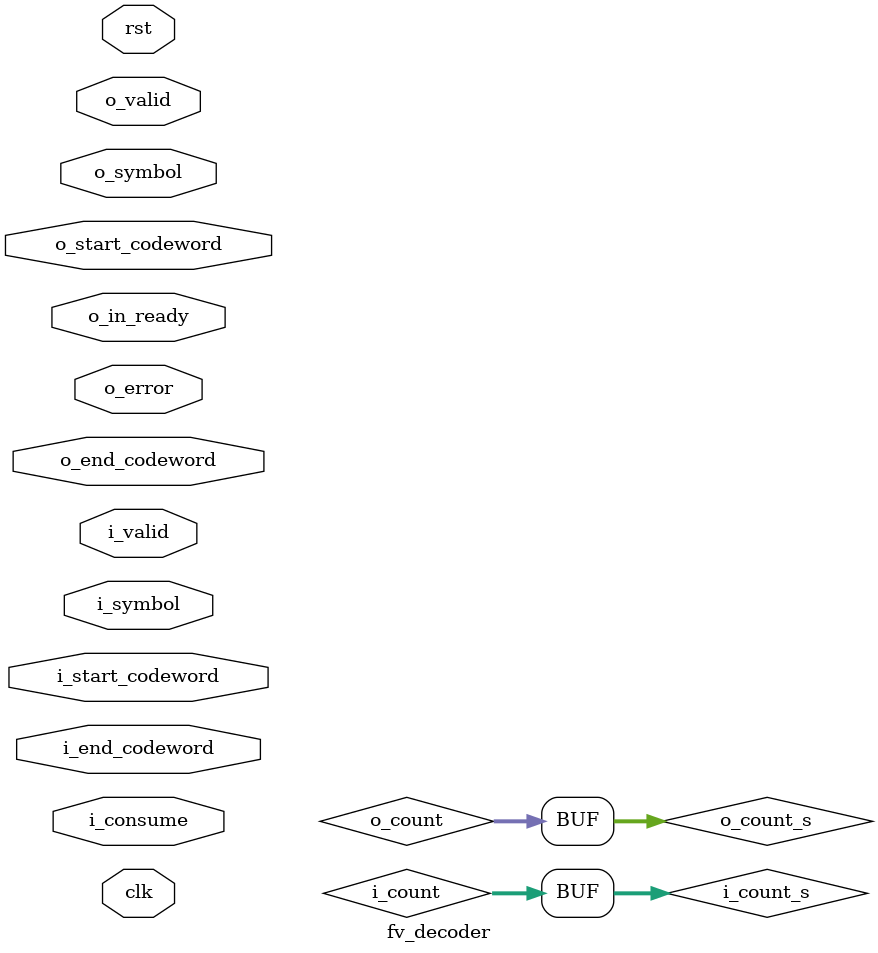
<source format=sv>
module fv_decoder #(word_length=8, n=15, k=11) (
		  clk,
		  rst,
		  i_start_codeword,
		  i_end_codeword,
		  i_valid,
		  i_consume,
		  i_symbol,
		  o_start_codeword,
		  o_end_codeword,
		  o_error,
		  o_in_ready,
		  o_valid,
		  o_symbol);

input			clk;
input		  	rst;
input		  	i_start_codeword;
input		  	i_end_codeword;
input		  	i_valid;
input		  	i_consume;
input [word_length-1'b1:0]	i_symbol;
input		  	o_start_codeword;
input		  	o_end_codeword;
input		  	o_error;
input		  	o_in_ready;
input		  	o_valid;
input [word_length-1'b1:0]	o_symbol;


reg[n>>2:0] i_count,i_count_s, o_count,o_count_s;
reg i_sending_codeword;	
reg o_sending_codeword;

reg[n-k:0] count_send;



/*************Signal input**************/
always @(posedge clk) begin
  if (rst) 
    i_sending_codeword <= 0;
  else if (i_valid && i_start_codeword && !(i_end_codeword) && o_in_ready)
    i_sending_codeword <= 1;
  else if (i_valid && i_end_codeword && o_in_ready)
    i_sending_codeword <= 0;
end 


assign i_count_s = i_count;
/*************Count input**************/
always @(posedge clk) begin
  if (rst) 
    i_count <= 0;
  else if (i_valid && i_sending_codeword)
    i_count <= i_count+1'b1;
  else if (i_valid && !i_sending_codeword)
    i_count <= 0;
  else
    i_count <= i_count_s;
end 

/*************Signal output**************/
always @(posedge clk) begin
  if (rst) 
    o_sending_codeword <= 0;
  else if (o_valid && o_start_codeword && !(o_end_codeword) && i_consume)
    o_sending_codeword <= 1;
  else if (o_valid && o_end_codeword && i_consume)
    o_sending_codeword <= 0;
end 

assign o_count_s = o_count;

/************* Count output**************/
always @(posedge clk) begin
  if (rst) 
    o_count <= 0;
  else if (o_valid && i_consume && o_sending_codeword)
    o_count <= o_count+1'b1;
  else if (o_valid && !o_sending_codeword)
    o_count <= 0;
  else
    o_count <= o_count_s;
end 




/*************FIFO**************/
reg [n>>2:0] mem [0:15];
reg [n>>2:0] counter_out;
wire [n>>2:0] counter_out_s;
reg [n>>2:0] count,rd_pointer,wr_pointer;


always @(posedge clk) begin
  if (rst) begin
    for (int i=0; i<n>>2; i=i+1'b1)
      mem[i] <= 0;
  end 
  else if (i_sending_codeword && i_end_codeword && i_valid) 
    mem[wr_pointer] <= i_count+1'b1;
end 

always @ (posedge clk) begin
  if (rst) begin
    rd_pointer <= 0;
  end 
  else if (o_valid && o_start_codeword && i_consume) begin
    rd_pointer <= rd_pointer+1'b1;
  end 
  else
    rd_pointer <= rd_pointer;
end

always @ (posedge clk) begin
  if (rst)
    wr_pointer <= 0;
  else if (i_sending_codeword && i_end_codeword && i_valid)
    wr_pointer <= wr_pointer+1'b1;
  //else if (o_valid && o_end_codeword)
  //  wr_pointer <= wr_pointer-1'b1;
  else 
    wr_pointer <= wr_pointer;
end

always @(posedge clk) begin
  if (rst)
    counter_out <= 0;
  else if (o_valid && o_start_codeword)
    counter_out <= mem[rd_pointer];
  else
    counter_out <= counter_out_s;
end

assign counter_out_s = counter_out;

  






// The valid 'i_symbols' should be at 'o_symbol' with the delay of 1 cycle

/*jasper_scoreboard_3 #(
  .CHUNK_WIDTH	(8),
  .IN_CHUNKS 	(1),
  .OUT_CHUNKS	(1),
 // .MAX_PENDING  (254),
 // .LATENCY_CHECK(1),
  .LATENCY 	(1)
  ) scoreboard (
  .clk 		(clk),
  .rstN		(!rst),
  .incoming_vld	(i_valid & i_start_codeword),
  .incoming_data(i_symbol),
  .outgoing_vld (o_valid && o_in_ready & o_start_codeword),
  .outgoing_data(o_symbol)
);
*/


endmodule 
 

</source>
